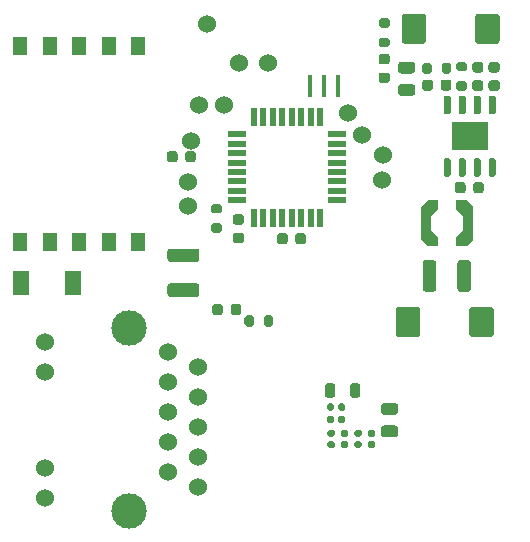
<source format=gbr>
%TF.GenerationSoftware,KiCad,Pcbnew,5.1.9+dfsg1-1*%
%TF.CreationDate,2022-07-19T15:57:22+03:00*%
%TF.ProjectId,Meteostation,4d657465-6f73-4746-9174-696f6e2e6b69,rev?*%
%TF.SameCoordinates,Original*%
%TF.FileFunction,Soldermask,Bot*%
%TF.FilePolarity,Negative*%
%FSLAX46Y46*%
G04 Gerber Fmt 4.6, Leading zero omitted, Abs format (unit mm)*
G04 Created by KiCad (PCBNEW 5.1.9+dfsg1-1) date 2022-07-19 15:57:22*
%MOMM*%
%LPD*%
G01*
G04 APERTURE LIST*
%ADD10R,1.400000X2.100000*%
%ADD11C,1.524000*%
%ADD12R,0.400000X1.900000*%
%ADD13R,1.600000X0.550000*%
%ADD14R,0.550000X1.600000*%
%ADD15R,1.270000X1.550000*%
%ADD16C,0.100000*%
%ADD17R,3.100000X2.410000*%
%ADD18C,3.000000*%
G04 APERTURE END LIST*
%TO.C,C30*%
G36*
G01*
X34674999Y-84475000D02*
X36875001Y-84475000D01*
G75*
G02*
X37125000Y-84724999I0J-249999D01*
G01*
X37125000Y-85375001D01*
G75*
G02*
X36875001Y-85625000I-249999J0D01*
G01*
X34674999Y-85625000D01*
G75*
G02*
X34425000Y-85375001I0J249999D01*
G01*
X34425000Y-84724999D01*
G75*
G02*
X34674999Y-84475000I249999J0D01*
G01*
G37*
G36*
G01*
X34674999Y-81525000D02*
X36875001Y-81525000D01*
G75*
G02*
X37125000Y-81774999I0J-249999D01*
G01*
X37125000Y-82425001D01*
G75*
G02*
X36875001Y-82675000I-249999J0D01*
G01*
X34674999Y-82675000D01*
G75*
G02*
X34425000Y-82425001I0J249999D01*
G01*
X34425000Y-81774999D01*
G75*
G02*
X34674999Y-81525000I249999J0D01*
G01*
G37*
%TD*%
D10*
%TO.C,D16*%
X22044300Y-84404200D03*
X26444300Y-84404200D03*
%TD*%
D11*
%TO.C,J9*%
X52600000Y-75700000D03*
%TD*%
%TO.C,J8*%
X52650000Y-73600000D03*
%TD*%
%TO.C,R5*%
G36*
G01*
X42589000Y-87943100D02*
X42589000Y-87393100D01*
G75*
G02*
X42789000Y-87193100I200000J0D01*
G01*
X43189000Y-87193100D01*
G75*
G02*
X43389000Y-87393100I0J-200000D01*
G01*
X43389000Y-87943100D01*
G75*
G02*
X43189000Y-88143100I-200000J0D01*
G01*
X42789000Y-88143100D01*
G75*
G02*
X42589000Y-87943100I0J200000D01*
G01*
G37*
G36*
G01*
X40939000Y-87943100D02*
X40939000Y-87393100D01*
G75*
G02*
X41139000Y-87193100I200000J0D01*
G01*
X41539000Y-87193100D01*
G75*
G02*
X41739000Y-87393100I0J-200000D01*
G01*
X41739000Y-87943100D01*
G75*
G02*
X41539000Y-88143100I-200000J0D01*
G01*
X41139000Y-88143100D01*
G75*
G02*
X40939000Y-87943100I0J200000D01*
G01*
G37*
%TD*%
%TO.C,D1*%
G36*
G01*
X39796200Y-86946450D02*
X39796200Y-86433950D01*
G75*
G02*
X40014950Y-86215200I218750J0D01*
G01*
X40452450Y-86215200D01*
G75*
G02*
X40671200Y-86433950I0J-218750D01*
G01*
X40671200Y-86946450D01*
G75*
G02*
X40452450Y-87165200I-218750J0D01*
G01*
X40014950Y-87165200D01*
G75*
G02*
X39796200Y-86946450I0J218750D01*
G01*
G37*
G36*
G01*
X38221200Y-86946450D02*
X38221200Y-86433950D01*
G75*
G02*
X38439950Y-86215200I218750J0D01*
G01*
X38877450Y-86215200D01*
G75*
G02*
X39096200Y-86433950I0J-218750D01*
G01*
X39096200Y-86946450D01*
G75*
G02*
X38877450Y-87165200I-218750J0D01*
G01*
X38439950Y-87165200D01*
G75*
G02*
X38221200Y-86946450I0J218750D01*
G01*
G37*
%TD*%
D12*
%TO.C,Y1*%
X46475000Y-67775000D03*
X47675000Y-67775000D03*
X48875000Y-67775000D03*
%TD*%
D13*
%TO.C,U1*%
X40300000Y-71850000D03*
X40300000Y-72650000D03*
X40300000Y-73450000D03*
X40300000Y-74250000D03*
X40300000Y-75050000D03*
X40300000Y-75850000D03*
X40300000Y-76650000D03*
X40300000Y-77450000D03*
D14*
X41750000Y-78900000D03*
X42550000Y-78900000D03*
X43350000Y-78900000D03*
X44150000Y-78900000D03*
X44950000Y-78900000D03*
X45750000Y-78900000D03*
X46550000Y-78900000D03*
X47350000Y-78900000D03*
D13*
X48800000Y-77450000D03*
X48800000Y-76650000D03*
X48800000Y-75850000D03*
X48800000Y-75050000D03*
X48800000Y-74250000D03*
X48800000Y-73450000D03*
X48800000Y-72650000D03*
X48800000Y-71850000D03*
D14*
X47350000Y-70400000D03*
X46550000Y-70400000D03*
X45750000Y-70400000D03*
X44950000Y-70400000D03*
X44150000Y-70400000D03*
X43350000Y-70400000D03*
X42550000Y-70400000D03*
X41750000Y-70400000D03*
%TD*%
%TO.C,C5*%
G36*
G01*
X45250000Y-80950000D02*
X45250000Y-80450000D01*
G75*
G02*
X45475000Y-80225000I225000J0D01*
G01*
X45925000Y-80225000D01*
G75*
G02*
X46150000Y-80450000I0J-225000D01*
G01*
X46150000Y-80950000D01*
G75*
G02*
X45925000Y-81175000I-225000J0D01*
G01*
X45475000Y-81175000D01*
G75*
G02*
X45250000Y-80950000I0J225000D01*
G01*
G37*
G36*
G01*
X43700000Y-80950000D02*
X43700000Y-80450000D01*
G75*
G02*
X43925000Y-80225000I225000J0D01*
G01*
X44375000Y-80225000D01*
G75*
G02*
X44600000Y-80450000I0J-225000D01*
G01*
X44600000Y-80950000D01*
G75*
G02*
X44375000Y-81175000I-225000J0D01*
G01*
X43925000Y-81175000D01*
G75*
G02*
X43700000Y-80950000I0J225000D01*
G01*
G37*
%TD*%
D11*
%TO.C,J14*%
X40450000Y-65825000D03*
%TD*%
D15*
%TO.C,D14*%
X21950000Y-80945000D03*
X24450000Y-80945000D03*
X26950000Y-80945000D03*
X29450000Y-80945000D03*
X31950000Y-80945000D03*
X31950000Y-64405000D03*
X29450000Y-64405000D03*
X26950000Y-64405000D03*
X24450000Y-64405000D03*
X21950000Y-64405000D03*
%TD*%
%TO.C,C43*%
G36*
G01*
X50728332Y-97450000D02*
X50388332Y-97450000D01*
G75*
G02*
X50248332Y-97310000I0J140000D01*
G01*
X50248332Y-97030000D01*
G75*
G02*
X50388332Y-96890000I140000J0D01*
G01*
X50728332Y-96890000D01*
G75*
G02*
X50868332Y-97030000I0J-140000D01*
G01*
X50868332Y-97310000D01*
G75*
G02*
X50728332Y-97450000I-140000J0D01*
G01*
G37*
G36*
G01*
X50728332Y-98410000D02*
X50388332Y-98410000D01*
G75*
G02*
X50248332Y-98270000I0J140000D01*
G01*
X50248332Y-97990000D01*
G75*
G02*
X50388332Y-97850000I140000J0D01*
G01*
X50728332Y-97850000D01*
G75*
G02*
X50868332Y-97990000I0J-140000D01*
G01*
X50868332Y-98270000D01*
G75*
G02*
X50728332Y-98410000I-140000J0D01*
G01*
G37*
%TD*%
%TO.C,C38*%
G36*
G01*
X49586666Y-97450000D02*
X49246666Y-97450000D01*
G75*
G02*
X49106666Y-97310000I0J140000D01*
G01*
X49106666Y-97030000D01*
G75*
G02*
X49246666Y-96890000I140000J0D01*
G01*
X49586666Y-96890000D01*
G75*
G02*
X49726666Y-97030000I0J-140000D01*
G01*
X49726666Y-97310000D01*
G75*
G02*
X49586666Y-97450000I-140000J0D01*
G01*
G37*
G36*
G01*
X49586666Y-98410000D02*
X49246666Y-98410000D01*
G75*
G02*
X49106666Y-98270000I0J140000D01*
G01*
X49106666Y-97990000D01*
G75*
G02*
X49246666Y-97850000I140000J0D01*
G01*
X49586666Y-97850000D01*
G75*
G02*
X49726666Y-97990000I0J-140000D01*
G01*
X49726666Y-98270000D01*
G75*
G02*
X49586666Y-98410000I-140000J0D01*
G01*
G37*
%TD*%
%TO.C,C35*%
G36*
G01*
X51870000Y-97450000D02*
X51530000Y-97450000D01*
G75*
G02*
X51390000Y-97310000I0J140000D01*
G01*
X51390000Y-97030000D01*
G75*
G02*
X51530000Y-96890000I140000J0D01*
G01*
X51870000Y-96890000D01*
G75*
G02*
X52010000Y-97030000I0J-140000D01*
G01*
X52010000Y-97310000D01*
G75*
G02*
X51870000Y-97450000I-140000J0D01*
G01*
G37*
G36*
G01*
X51870000Y-98410000D02*
X51530000Y-98410000D01*
G75*
G02*
X51390000Y-98270000I0J140000D01*
G01*
X51390000Y-97990000D01*
G75*
G02*
X51530000Y-97850000I140000J0D01*
G01*
X51870000Y-97850000D01*
G75*
G02*
X52010000Y-97990000I0J-140000D01*
G01*
X52010000Y-98270000D01*
G75*
G02*
X51870000Y-98410000I-140000J0D01*
G01*
G37*
%TD*%
%TO.C,C31*%
G36*
G01*
X48445000Y-97450000D02*
X48105000Y-97450000D01*
G75*
G02*
X47965000Y-97310000I0J140000D01*
G01*
X47965000Y-97030000D01*
G75*
G02*
X48105000Y-96890000I140000J0D01*
G01*
X48445000Y-96890000D01*
G75*
G02*
X48585000Y-97030000I0J-140000D01*
G01*
X48585000Y-97310000D01*
G75*
G02*
X48445000Y-97450000I-140000J0D01*
G01*
G37*
G36*
G01*
X48445000Y-98410000D02*
X48105000Y-98410000D01*
G75*
G02*
X47965000Y-98270000I0J140000D01*
G01*
X47965000Y-97990000D01*
G75*
G02*
X48105000Y-97850000I140000J0D01*
G01*
X48445000Y-97850000D01*
G75*
G02*
X48585000Y-97990000I0J-140000D01*
G01*
X48585000Y-98270000D01*
G75*
G02*
X48445000Y-98410000I-140000J0D01*
G01*
G37*
%TD*%
%TO.C,C27*%
G36*
G01*
X48900000Y-96170000D02*
X48900000Y-95830000D01*
G75*
G02*
X49040000Y-95690000I140000J0D01*
G01*
X49320000Y-95690000D01*
G75*
G02*
X49460000Y-95830000I0J-140000D01*
G01*
X49460000Y-96170000D01*
G75*
G02*
X49320000Y-96310000I-140000J0D01*
G01*
X49040000Y-96310000D01*
G75*
G02*
X48900000Y-96170000I0J140000D01*
G01*
G37*
G36*
G01*
X47940000Y-96170000D02*
X47940000Y-95830000D01*
G75*
G02*
X48080000Y-95690000I140000J0D01*
G01*
X48360000Y-95690000D01*
G75*
G02*
X48500000Y-95830000I0J-140000D01*
G01*
X48500000Y-96170000D01*
G75*
G02*
X48360000Y-96310000I-140000J0D01*
G01*
X48080000Y-96310000D01*
G75*
G02*
X47940000Y-96170000I0J140000D01*
G01*
G37*
%TD*%
%TO.C,C39*%
G36*
G01*
X48900000Y-95120000D02*
X48900000Y-94780000D01*
G75*
G02*
X49040000Y-94640000I140000J0D01*
G01*
X49320000Y-94640000D01*
G75*
G02*
X49460000Y-94780000I0J-140000D01*
G01*
X49460000Y-95120000D01*
G75*
G02*
X49320000Y-95260000I-140000J0D01*
G01*
X49040000Y-95260000D01*
G75*
G02*
X48900000Y-95120000I0J140000D01*
G01*
G37*
G36*
G01*
X47940000Y-95120000D02*
X47940000Y-94780000D01*
G75*
G02*
X48080000Y-94640000I140000J0D01*
G01*
X48360000Y-94640000D01*
G75*
G02*
X48500000Y-94780000I0J-140000D01*
G01*
X48500000Y-95120000D01*
G75*
G02*
X48360000Y-95260000I-140000J0D01*
G01*
X48080000Y-95260000D01*
G75*
G02*
X47940000Y-95120000I0J140000D01*
G01*
G37*
%TD*%
D16*
%TO.C,L5*%
G36*
X58852500Y-80545000D02*
G01*
X59432500Y-79950000D01*
X59432500Y-78800000D01*
X58852500Y-78205000D01*
X58852500Y-77430000D01*
X59742500Y-77430000D01*
X60302500Y-77980000D01*
X60302500Y-80770000D01*
X59742500Y-81320000D01*
X58852500Y-81320000D01*
X58852500Y-80545000D01*
G37*
G36*
X55902500Y-80770000D02*
G01*
X55902500Y-77980000D01*
X56462500Y-77430000D01*
X57352500Y-77430000D01*
X57352500Y-78205000D01*
X56772500Y-78800000D01*
X56772500Y-79950000D01*
X57352500Y-80545000D01*
X57352500Y-81320000D01*
X56462500Y-81320000D01*
X55902500Y-80770000D01*
G37*
%TD*%
%TO.C,D4*%
G36*
G01*
X40681250Y-79500000D02*
X40168750Y-79500000D01*
G75*
G02*
X39950000Y-79281250I0J218750D01*
G01*
X39950000Y-78843750D01*
G75*
G02*
X40168750Y-78625000I218750J0D01*
G01*
X40681250Y-78625000D01*
G75*
G02*
X40900000Y-78843750I0J-218750D01*
G01*
X40900000Y-79281250D01*
G75*
G02*
X40681250Y-79500000I-218750J0D01*
G01*
G37*
G36*
G01*
X40681250Y-81075000D02*
X40168750Y-81075000D01*
G75*
G02*
X39950000Y-80856250I0J218750D01*
G01*
X39950000Y-80418750D01*
G75*
G02*
X40168750Y-80200000I218750J0D01*
G01*
X40681250Y-80200000D01*
G75*
G02*
X40900000Y-80418750I0J-218750D01*
G01*
X40900000Y-80856250D01*
G75*
G02*
X40681250Y-81075000I-218750J0D01*
G01*
G37*
%TD*%
%TO.C,R15*%
G36*
G01*
X53050000Y-62825000D02*
X52500000Y-62825000D01*
G75*
G02*
X52300000Y-62625000I0J200000D01*
G01*
X52300000Y-62225000D01*
G75*
G02*
X52500000Y-62025000I200000J0D01*
G01*
X53050000Y-62025000D01*
G75*
G02*
X53250000Y-62225000I0J-200000D01*
G01*
X53250000Y-62625000D01*
G75*
G02*
X53050000Y-62825000I-200000J0D01*
G01*
G37*
G36*
G01*
X53050000Y-64475000D02*
X52500000Y-64475000D01*
G75*
G02*
X52300000Y-64275000I0J200000D01*
G01*
X52300000Y-63875000D01*
G75*
G02*
X52500000Y-63675000I200000J0D01*
G01*
X53050000Y-63675000D01*
G75*
G02*
X53250000Y-63875000I0J-200000D01*
G01*
X53250000Y-64275000D01*
G75*
G02*
X53050000Y-64475000I-200000J0D01*
G01*
G37*
%TD*%
%TO.C,D5*%
G36*
G01*
X53031250Y-65925000D02*
X52518750Y-65925000D01*
G75*
G02*
X52300000Y-65706250I0J218750D01*
G01*
X52300000Y-65268750D01*
G75*
G02*
X52518750Y-65050000I218750J0D01*
G01*
X53031250Y-65050000D01*
G75*
G02*
X53250000Y-65268750I0J-218750D01*
G01*
X53250000Y-65706250D01*
G75*
G02*
X53031250Y-65925000I-218750J0D01*
G01*
G37*
G36*
G01*
X53031250Y-67500000D02*
X52518750Y-67500000D01*
G75*
G02*
X52300000Y-67281250I0J218750D01*
G01*
X52300000Y-66843750D01*
G75*
G02*
X52518750Y-66625000I218750J0D01*
G01*
X53031250Y-66625000D01*
G75*
G02*
X53250000Y-66843750I0J-218750D01*
G01*
X53250000Y-67281250D01*
G75*
G02*
X53031250Y-67500000I-218750J0D01*
G01*
G37*
%TD*%
%TO.C,C54*%
G36*
G01*
X57179640Y-82747939D02*
X57179640Y-84947941D01*
G75*
G02*
X56929641Y-85197940I-249999J0D01*
G01*
X56279639Y-85197940D01*
G75*
G02*
X56029640Y-84947941I0J249999D01*
G01*
X56029640Y-82747939D01*
G75*
G02*
X56279639Y-82497940I249999J0D01*
G01*
X56929641Y-82497940D01*
G75*
G02*
X57179640Y-82747939I0J-249999D01*
G01*
G37*
G36*
G01*
X60129640Y-82747939D02*
X60129640Y-84947941D01*
G75*
G02*
X59879641Y-85197940I-249999J0D01*
G01*
X59229639Y-85197940D01*
G75*
G02*
X58979640Y-84947941I0J249999D01*
G01*
X58979640Y-82747939D01*
G75*
G02*
X59229639Y-82497940I249999J0D01*
G01*
X59879641Y-82497940D01*
G75*
G02*
X60129640Y-82747939I0J-249999D01*
G01*
G37*
%TD*%
%TO.C,C58*%
G36*
G01*
X60475000Y-63950000D02*
X60475000Y-61900000D01*
G75*
G02*
X60725000Y-61650000I250000J0D01*
G01*
X62300000Y-61650000D01*
G75*
G02*
X62550000Y-61900000I0J-250000D01*
G01*
X62550000Y-63950000D01*
G75*
G02*
X62300000Y-64200000I-250000J0D01*
G01*
X60725000Y-64200000D01*
G75*
G02*
X60475000Y-63950000I0J250000D01*
G01*
G37*
G36*
G01*
X54250000Y-63950000D02*
X54250000Y-61900000D01*
G75*
G02*
X54500000Y-61650000I250000J0D01*
G01*
X56075000Y-61650000D01*
G75*
G02*
X56325000Y-61900000I0J-250000D01*
G01*
X56325000Y-63950000D01*
G75*
G02*
X56075000Y-64200000I-250000J0D01*
G01*
X54500000Y-64200000D01*
G75*
G02*
X54250000Y-63950000I0J250000D01*
G01*
G37*
%TD*%
%TO.C,R42*%
G36*
G01*
X57651200Y-66543600D02*
X57651200Y-65993600D01*
G75*
G02*
X57851200Y-65793600I200000J0D01*
G01*
X58251200Y-65793600D01*
G75*
G02*
X58451200Y-65993600I0J-200000D01*
G01*
X58451200Y-66543600D01*
G75*
G02*
X58251200Y-66743600I-200000J0D01*
G01*
X57851200Y-66743600D01*
G75*
G02*
X57651200Y-66543600I0J200000D01*
G01*
G37*
G36*
G01*
X56001200Y-66543600D02*
X56001200Y-65993600D01*
G75*
G02*
X56201200Y-65793600I200000J0D01*
G01*
X56601200Y-65793600D01*
G75*
G02*
X56801200Y-65993600I0J-200000D01*
G01*
X56801200Y-66543600D01*
G75*
G02*
X56601200Y-66743600I-200000J0D01*
G01*
X56201200Y-66743600D01*
G75*
G02*
X56001200Y-66543600I0J200000D01*
G01*
G37*
%TD*%
%TO.C,R41*%
G36*
G01*
X59609400Y-66529400D02*
X59059400Y-66529400D01*
G75*
G02*
X58859400Y-66329400I0J200000D01*
G01*
X58859400Y-65929400D01*
G75*
G02*
X59059400Y-65729400I200000J0D01*
G01*
X59609400Y-65729400D01*
G75*
G02*
X59809400Y-65929400I0J-200000D01*
G01*
X59809400Y-66329400D01*
G75*
G02*
X59609400Y-66529400I-200000J0D01*
G01*
G37*
G36*
G01*
X59609400Y-68179400D02*
X59059400Y-68179400D01*
G75*
G02*
X58859400Y-67979400I0J200000D01*
G01*
X58859400Y-67579400D01*
G75*
G02*
X59059400Y-67379400I200000J0D01*
G01*
X59609400Y-67379400D01*
G75*
G02*
X59809400Y-67579400I0J-200000D01*
G01*
X59809400Y-67979400D01*
G75*
G02*
X59609400Y-68179400I-200000J0D01*
G01*
G37*
%TD*%
D17*
%TO.C,D17*%
X60007500Y-72021700D03*
G36*
G01*
X57952500Y-73871700D02*
X58252500Y-73871700D01*
G75*
G02*
X58402500Y-74021700I0J-150000D01*
G01*
X58402500Y-75321700D01*
G75*
G02*
X58252500Y-75471700I-150000J0D01*
G01*
X57952500Y-75471700D01*
G75*
G02*
X57802500Y-75321700I0J150000D01*
G01*
X57802500Y-74021700D01*
G75*
G02*
X57952500Y-73871700I150000J0D01*
G01*
G37*
G36*
G01*
X59222500Y-73871700D02*
X59522500Y-73871700D01*
G75*
G02*
X59672500Y-74021700I0J-150000D01*
G01*
X59672500Y-75321700D01*
G75*
G02*
X59522500Y-75471700I-150000J0D01*
G01*
X59222500Y-75471700D01*
G75*
G02*
X59072500Y-75321700I0J150000D01*
G01*
X59072500Y-74021700D01*
G75*
G02*
X59222500Y-73871700I150000J0D01*
G01*
G37*
G36*
G01*
X60492500Y-73871700D02*
X60792500Y-73871700D01*
G75*
G02*
X60942500Y-74021700I0J-150000D01*
G01*
X60942500Y-75321700D01*
G75*
G02*
X60792500Y-75471700I-150000J0D01*
G01*
X60492500Y-75471700D01*
G75*
G02*
X60342500Y-75321700I0J150000D01*
G01*
X60342500Y-74021700D01*
G75*
G02*
X60492500Y-73871700I150000J0D01*
G01*
G37*
G36*
G01*
X61762500Y-73871700D02*
X62062500Y-73871700D01*
G75*
G02*
X62212500Y-74021700I0J-150000D01*
G01*
X62212500Y-75321700D01*
G75*
G02*
X62062500Y-75471700I-150000J0D01*
G01*
X61762500Y-75471700D01*
G75*
G02*
X61612500Y-75321700I0J150000D01*
G01*
X61612500Y-74021700D01*
G75*
G02*
X61762500Y-73871700I150000J0D01*
G01*
G37*
G36*
G01*
X61762500Y-68571700D02*
X62062500Y-68571700D01*
G75*
G02*
X62212500Y-68721700I0J-150000D01*
G01*
X62212500Y-70021700D01*
G75*
G02*
X62062500Y-70171700I-150000J0D01*
G01*
X61762500Y-70171700D01*
G75*
G02*
X61612500Y-70021700I0J150000D01*
G01*
X61612500Y-68721700D01*
G75*
G02*
X61762500Y-68571700I150000J0D01*
G01*
G37*
G36*
G01*
X60492500Y-68571700D02*
X60792500Y-68571700D01*
G75*
G02*
X60942500Y-68721700I0J-150000D01*
G01*
X60942500Y-70021700D01*
G75*
G02*
X60792500Y-70171700I-150000J0D01*
G01*
X60492500Y-70171700D01*
G75*
G02*
X60342500Y-70021700I0J150000D01*
G01*
X60342500Y-68721700D01*
G75*
G02*
X60492500Y-68571700I150000J0D01*
G01*
G37*
G36*
G01*
X59222500Y-68571700D02*
X59522500Y-68571700D01*
G75*
G02*
X59672500Y-68721700I0J-150000D01*
G01*
X59672500Y-70021700D01*
G75*
G02*
X59522500Y-70171700I-150000J0D01*
G01*
X59222500Y-70171700D01*
G75*
G02*
X59072500Y-70021700I0J150000D01*
G01*
X59072500Y-68721700D01*
G75*
G02*
X59222500Y-68571700I150000J0D01*
G01*
G37*
G36*
G01*
X57952500Y-68571700D02*
X58252500Y-68571700D01*
G75*
G02*
X58402500Y-68721700I0J-150000D01*
G01*
X58402500Y-70021700D01*
G75*
G02*
X58252500Y-70171700I-150000J0D01*
G01*
X57952500Y-70171700D01*
G75*
G02*
X57802500Y-70021700I0J150000D01*
G01*
X57802500Y-68721700D01*
G75*
G02*
X57952500Y-68571700I150000J0D01*
G01*
G37*
%TD*%
%TO.C,C57*%
G36*
G01*
X56901200Y-67441000D02*
X56901200Y-67941000D01*
G75*
G02*
X56676200Y-68166000I-225000J0D01*
G01*
X56226200Y-68166000D01*
G75*
G02*
X56001200Y-67941000I0J225000D01*
G01*
X56001200Y-67441000D01*
G75*
G02*
X56226200Y-67216000I225000J0D01*
G01*
X56676200Y-67216000D01*
G75*
G02*
X56901200Y-67441000I0J-225000D01*
G01*
G37*
G36*
G01*
X58451200Y-67441000D02*
X58451200Y-67941000D01*
G75*
G02*
X58226200Y-68166000I-225000J0D01*
G01*
X57776200Y-68166000D01*
G75*
G02*
X57551200Y-67941000I0J225000D01*
G01*
X57551200Y-67441000D01*
G75*
G02*
X57776200Y-67216000I225000J0D01*
G01*
X58226200Y-67216000D01*
G75*
G02*
X58451200Y-67441000I0J-225000D01*
G01*
G37*
%TD*%
%TO.C,C56*%
G36*
G01*
X52750000Y-96500000D02*
X53700000Y-96500000D01*
G75*
G02*
X53950000Y-96750000I0J-250000D01*
G01*
X53950000Y-97250000D01*
G75*
G02*
X53700000Y-97500000I-250000J0D01*
G01*
X52750000Y-97500000D01*
G75*
G02*
X52500000Y-97250000I0J250000D01*
G01*
X52500000Y-96750000D01*
G75*
G02*
X52750000Y-96500000I250000J0D01*
G01*
G37*
G36*
G01*
X52750000Y-94600000D02*
X53700000Y-94600000D01*
G75*
G02*
X53950000Y-94850000I0J-250000D01*
G01*
X53950000Y-95350000D01*
G75*
G02*
X53700000Y-95600000I-250000J0D01*
G01*
X52750000Y-95600000D01*
G75*
G02*
X52500000Y-95350000I0J250000D01*
G01*
X52500000Y-94850000D01*
G75*
G02*
X52750000Y-94600000I250000J0D01*
G01*
G37*
%TD*%
%TO.C,C53*%
G36*
G01*
X60307100Y-76615100D02*
X60307100Y-76115100D01*
G75*
G02*
X60532100Y-75890100I225000J0D01*
G01*
X60982100Y-75890100D01*
G75*
G02*
X61207100Y-76115100I0J-225000D01*
G01*
X61207100Y-76615100D01*
G75*
G02*
X60982100Y-76840100I-225000J0D01*
G01*
X60532100Y-76840100D01*
G75*
G02*
X60307100Y-76615100I0J225000D01*
G01*
G37*
G36*
G01*
X58757100Y-76615100D02*
X58757100Y-76115100D01*
G75*
G02*
X58982100Y-75890100I225000J0D01*
G01*
X59432100Y-75890100D01*
G75*
G02*
X59657100Y-76115100I0J-225000D01*
G01*
X59657100Y-76615100D01*
G75*
G02*
X59432100Y-76840100I-225000J0D01*
G01*
X58982100Y-76840100D01*
G75*
G02*
X58757100Y-76615100I0J225000D01*
G01*
G37*
%TD*%
%TO.C,C52*%
G36*
G01*
X61827600Y-67279400D02*
X62327600Y-67279400D01*
G75*
G02*
X62552600Y-67504400I0J-225000D01*
G01*
X62552600Y-67954400D01*
G75*
G02*
X62327600Y-68179400I-225000J0D01*
G01*
X61827600Y-68179400D01*
G75*
G02*
X61602600Y-67954400I0J225000D01*
G01*
X61602600Y-67504400D01*
G75*
G02*
X61827600Y-67279400I225000J0D01*
G01*
G37*
G36*
G01*
X61827600Y-65729400D02*
X62327600Y-65729400D01*
G75*
G02*
X62552600Y-65954400I0J-225000D01*
G01*
X62552600Y-66404400D01*
G75*
G02*
X62327600Y-66629400I-225000J0D01*
G01*
X61827600Y-66629400D01*
G75*
G02*
X61602600Y-66404400I0J225000D01*
G01*
X61602600Y-65954400D01*
G75*
G02*
X61827600Y-65729400I225000J0D01*
G01*
G37*
%TD*%
%TO.C,C32*%
G36*
G01*
X60456000Y-67279400D02*
X60956000Y-67279400D01*
G75*
G02*
X61181000Y-67504400I0J-225000D01*
G01*
X61181000Y-67954400D01*
G75*
G02*
X60956000Y-68179400I-225000J0D01*
G01*
X60456000Y-68179400D01*
G75*
G02*
X60231000Y-67954400I0J225000D01*
G01*
X60231000Y-67504400D01*
G75*
G02*
X60456000Y-67279400I225000J0D01*
G01*
G37*
G36*
G01*
X60456000Y-65729400D02*
X60956000Y-65729400D01*
G75*
G02*
X61181000Y-65954400I0J-225000D01*
G01*
X61181000Y-66404400D01*
G75*
G02*
X60956000Y-66629400I-225000J0D01*
G01*
X60456000Y-66629400D01*
G75*
G02*
X60231000Y-66404400I0J225000D01*
G01*
X60231000Y-65954400D01*
G75*
G02*
X60456000Y-65729400I225000J0D01*
G01*
G37*
%TD*%
%TO.C,C22*%
G36*
G01*
X55148500Y-66707600D02*
X54198500Y-66707600D01*
G75*
G02*
X53948500Y-66457600I0J250000D01*
G01*
X53948500Y-65957600D01*
G75*
G02*
X54198500Y-65707600I250000J0D01*
G01*
X55148500Y-65707600D01*
G75*
G02*
X55398500Y-65957600I0J-250000D01*
G01*
X55398500Y-66457600D01*
G75*
G02*
X55148500Y-66707600I-250000J0D01*
G01*
G37*
G36*
G01*
X55148500Y-68607600D02*
X54198500Y-68607600D01*
G75*
G02*
X53948500Y-68357600I0J250000D01*
G01*
X53948500Y-67857600D01*
G75*
G02*
X54198500Y-67607600I250000J0D01*
G01*
X55148500Y-67607600D01*
G75*
G02*
X55398500Y-67857600I0J-250000D01*
G01*
X55398500Y-68357600D01*
G75*
G02*
X55148500Y-68607600I-250000J0D01*
G01*
G37*
%TD*%
D11*
%TO.C,J7*%
X37800000Y-62550000D03*
%TD*%
%TO.C,R4*%
G36*
G01*
X38850000Y-78550000D02*
X38300000Y-78550000D01*
G75*
G02*
X38100000Y-78350000I0J200000D01*
G01*
X38100000Y-77950000D01*
G75*
G02*
X38300000Y-77750000I200000J0D01*
G01*
X38850000Y-77750000D01*
G75*
G02*
X39050000Y-77950000I0J-200000D01*
G01*
X39050000Y-78350000D01*
G75*
G02*
X38850000Y-78550000I-200000J0D01*
G01*
G37*
G36*
G01*
X38850000Y-80200000D02*
X38300000Y-80200000D01*
G75*
G02*
X38100000Y-80000000I0J200000D01*
G01*
X38100000Y-79600000D01*
G75*
G02*
X38300000Y-79400000I200000J0D01*
G01*
X38850000Y-79400000D01*
G75*
G02*
X39050000Y-79600000I0J-200000D01*
G01*
X39050000Y-80000000D01*
G75*
G02*
X38850000Y-80200000I-200000J0D01*
G01*
G37*
%TD*%
%TO.C,C3*%
G36*
G01*
X35925000Y-74000000D02*
X35925000Y-73500000D01*
G75*
G02*
X36150000Y-73275000I225000J0D01*
G01*
X36600000Y-73275000D01*
G75*
G02*
X36825000Y-73500000I0J-225000D01*
G01*
X36825000Y-74000000D01*
G75*
G02*
X36600000Y-74225000I-225000J0D01*
G01*
X36150000Y-74225000D01*
G75*
G02*
X35925000Y-74000000I0J225000D01*
G01*
G37*
G36*
G01*
X34375000Y-74000000D02*
X34375000Y-73500000D01*
G75*
G02*
X34600000Y-73275000I225000J0D01*
G01*
X35050000Y-73275000D01*
G75*
G02*
X35275000Y-73500000I0J-225000D01*
G01*
X35275000Y-74000000D01*
G75*
G02*
X35050000Y-74225000I-225000J0D01*
G01*
X34600000Y-74225000D01*
G75*
G02*
X34375000Y-74000000I0J225000D01*
G01*
G37*
%TD*%
%TO.C,J6*%
X42950000Y-65825000D03*
%TD*%
%TO.C,J4*%
X36200000Y-77900000D03*
%TD*%
%TO.C,J3*%
X36200000Y-75925000D03*
%TD*%
%TO.C,C50*%
G36*
G01*
X59975000Y-88775000D02*
X59975000Y-86725000D01*
G75*
G02*
X60225000Y-86475000I250000J0D01*
G01*
X61800000Y-86475000D01*
G75*
G02*
X62050000Y-86725000I0J-250000D01*
G01*
X62050000Y-88775000D01*
G75*
G02*
X61800000Y-89025000I-250000J0D01*
G01*
X60225000Y-89025000D01*
G75*
G02*
X59975000Y-88775000I0J250000D01*
G01*
G37*
G36*
G01*
X53750000Y-88775000D02*
X53750000Y-86725000D01*
G75*
G02*
X54000000Y-86475000I250000J0D01*
G01*
X55575000Y-86475000D01*
G75*
G02*
X55825000Y-86725000I0J-250000D01*
G01*
X55825000Y-88775000D01*
G75*
G02*
X55575000Y-89025000I-250000J0D01*
G01*
X54000000Y-89025000D01*
G75*
G02*
X53750000Y-88775000I0J250000D01*
G01*
G37*
%TD*%
%TO.C,J13*%
X49675000Y-70075000D03*
%TD*%
%TO.C,J12*%
X50900000Y-71900000D03*
%TD*%
%TO.C,L1*%
G36*
G01*
X48625000Y-93168750D02*
X48625000Y-93931250D01*
G75*
G02*
X48406250Y-94150000I-218750J0D01*
G01*
X47968750Y-94150000D01*
G75*
G02*
X47750000Y-93931250I0J218750D01*
G01*
X47750000Y-93168750D01*
G75*
G02*
X47968750Y-92950000I218750J0D01*
G01*
X48406250Y-92950000D01*
G75*
G02*
X48625000Y-93168750I0J-218750D01*
G01*
G37*
G36*
G01*
X50750000Y-93168750D02*
X50750000Y-93931250D01*
G75*
G02*
X50531250Y-94150000I-218750J0D01*
G01*
X50093750Y-94150000D01*
G75*
G02*
X49875000Y-93931250I0J218750D01*
G01*
X49875000Y-93168750D01*
G75*
G02*
X50093750Y-92950000I218750J0D01*
G01*
X50531250Y-92950000D01*
G75*
G02*
X50750000Y-93168750I0J-218750D01*
G01*
G37*
%TD*%
%TO.C,J2*%
X37125000Y-69350000D03*
%TD*%
%TO.C,J1*%
X39250000Y-69375000D03*
%TD*%
%TO.C,J5*%
X36400000Y-72425000D03*
%TD*%
D18*
%TO.C,T1*%
X31150000Y-88290000D03*
X31150000Y-103780000D03*
D11*
X24020000Y-91950000D03*
X24020000Y-89410000D03*
X24020000Y-100120000D03*
X24020000Y-102660000D03*
X34450000Y-100480000D03*
X34450000Y-97940000D03*
X34450000Y-95400000D03*
X34450000Y-92860000D03*
X34450000Y-90320000D03*
X36990000Y-101750000D03*
X36990000Y-99210000D03*
X36990000Y-96670000D03*
X36990000Y-94130000D03*
X36990000Y-91590000D03*
%TD*%
M02*

</source>
